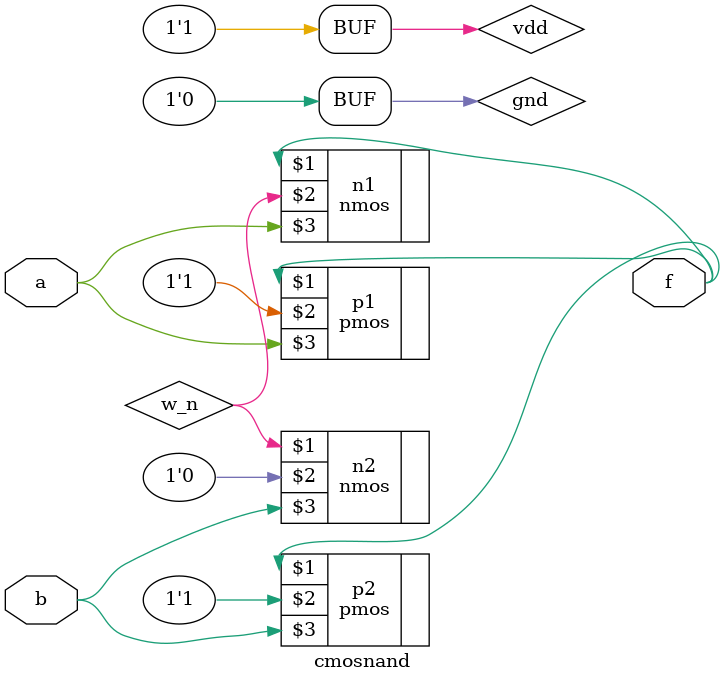
<source format=v>
module cmosnand (f, a, b);
	input a, b;
	output f;
	supply1 vdd;
	supply0	gnd;

	wire w_n;
	
	// pmos(drain, source, gate);
	pmos p1 (f, vdd, a);
	pmos p2 (f, vdd, b);

	// nmos(drian, source, gate);
	nmos n1 (f, w_n, a);
	nmos n2 (w_n, gnd, b);

endmodule

</source>
